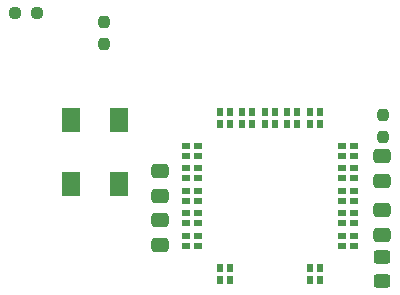
<source format=gbr>
%TF.GenerationSoftware,KiCad,Pcbnew,7.0.2-1.fc38*%
%TF.CreationDate,2023-06-06T12:07:16+02:00*%
%TF.ProjectId,gps_compass,6770735f-636f-46d7-9061-73732e6b6963,rev?*%
%TF.SameCoordinates,Original*%
%TF.FileFunction,Paste,Top*%
%TF.FilePolarity,Positive*%
%FSLAX46Y46*%
G04 Gerber Fmt 4.6, Leading zero omitted, Abs format (unit mm)*
G04 Created by KiCad (PCBNEW 7.0.2-1.fc38) date 2023-06-06 12:07:16*
%MOMM*%
%LPD*%
G01*
G04 APERTURE LIST*
G04 Aperture macros list*
%AMRoundRect*
0 Rectangle with rounded corners*
0 $1 Rounding radius*
0 $2 $3 $4 $5 $6 $7 $8 $9 X,Y pos of 4 corners*
0 Add a 4 corners polygon primitive as box body*
4,1,4,$2,$3,$4,$5,$6,$7,$8,$9,$2,$3,0*
0 Add four circle primitives for the rounded corners*
1,1,$1+$1,$2,$3*
1,1,$1+$1,$4,$5*
1,1,$1+$1,$6,$7*
1,1,$1+$1,$8,$9*
0 Add four rect primitives between the rounded corners*
20,1,$1+$1,$2,$3,$4,$5,0*
20,1,$1+$1,$4,$5,$6,$7,0*
20,1,$1+$1,$6,$7,$8,$9,0*
20,1,$1+$1,$8,$9,$2,$3,0*%
G04 Aperture macros list end*
%ADD10R,0.720000X0.580000*%
%ADD11R,0.580000X0.720000*%
%ADD12R,1.600000X2.000000*%
%ADD13RoundRect,0.250000X-0.475000X0.337500X-0.475000X-0.337500X0.475000X-0.337500X0.475000X0.337500X0*%
%ADD14RoundRect,0.237500X0.237500X-0.250000X0.237500X0.250000X-0.237500X0.250000X-0.237500X-0.250000X0*%
%ADD15RoundRect,0.237500X0.250000X0.237500X-0.250000X0.237500X-0.250000X-0.237500X0.250000X-0.237500X0*%
%ADD16RoundRect,0.250000X0.450000X-0.325000X0.450000X0.325000X-0.450000X0.325000X-0.450000X-0.325000X0*%
%ADD17RoundRect,0.237500X-0.237500X0.250000X-0.237500X-0.250000X0.237500X-0.250000X0.237500X0.250000X0*%
%ADD18RoundRect,0.250000X0.475000X-0.337500X0.475000X0.337500X-0.475000X0.337500X-0.475000X-0.337500X0*%
G04 APERTURE END LIST*
D10*
%TO.C,GPS*%
X123425000Y-63475000D03*
X123425000Y-64325000D03*
X123425000Y-65375000D03*
X123425000Y-66225000D03*
X123425000Y-67275000D03*
X123425000Y-68125000D03*
X123425000Y-69175000D03*
X123425000Y-70025000D03*
X123425000Y-71075000D03*
X123425000Y-71925000D03*
X124425000Y-63475000D03*
X124425000Y-64325000D03*
X124425000Y-65375000D03*
X124425000Y-66225000D03*
X124425000Y-67275000D03*
X124425000Y-68125000D03*
X124425000Y-69175000D03*
X124425000Y-70025000D03*
X124425000Y-71075000D03*
X124425000Y-71925000D03*
D11*
X126300000Y-60600000D03*
X126300000Y-61600000D03*
X126300000Y-73800000D03*
X126300000Y-74800000D03*
X127150000Y-60600000D03*
X127150000Y-61600000D03*
X127150000Y-73800000D03*
X127150000Y-74800000D03*
X128200000Y-60600000D03*
X128200000Y-61600000D03*
X129050000Y-60600000D03*
X129050000Y-61600000D03*
X130100000Y-60600000D03*
X130100000Y-61600000D03*
X130950000Y-60600000D03*
X130950000Y-61600000D03*
X132000000Y-60600000D03*
X132000000Y-61600000D03*
X132850000Y-60600000D03*
X132850000Y-61600000D03*
X133900000Y-60600000D03*
X133900000Y-61600000D03*
X133900000Y-73800000D03*
X133900000Y-74800000D03*
X134750000Y-60600000D03*
X134750000Y-61600000D03*
X134750000Y-73800000D03*
X134750000Y-74800000D03*
D10*
X136625000Y-63475000D03*
X136625000Y-64325000D03*
X136625000Y-65375000D03*
X136625000Y-66225000D03*
X136625000Y-67275000D03*
X136625000Y-68125000D03*
X136625000Y-69175000D03*
X136625000Y-70025000D03*
X136625000Y-71075000D03*
X136625000Y-71925000D03*
X137625000Y-63475000D03*
X137625000Y-64325000D03*
X137625000Y-65375000D03*
X137625000Y-66225000D03*
X137625000Y-67275000D03*
X137625000Y-68125000D03*
X137625000Y-69175000D03*
X137625000Y-70025000D03*
X137625000Y-71075000D03*
X137625000Y-71925000D03*
%TD*%
D12*
%TO.C,En*%
X117800000Y-66700000D03*
X117800000Y-61300000D03*
%TD*%
%TO.C,Prog*%
X113700000Y-61300000D03*
X113700000Y-66700000D03*
%TD*%
D13*
%TO.C,C4*%
X121200000Y-69762500D03*
X121200000Y-71837500D03*
%TD*%
D14*
%TO.C,R8*%
X116500000Y-54812500D03*
X116500000Y-52987500D03*
%TD*%
D15*
%TO.C,R7*%
X110812500Y-52200000D03*
X108987500Y-52200000D03*
%TD*%
D16*
%TO.C,L1*%
X140000000Y-74925000D03*
X140000000Y-72875000D03*
%TD*%
D17*
%TO.C,R4*%
X140100000Y-60887500D03*
X140100000Y-62712500D03*
%TD*%
D18*
%TO.C,C4*%
X140030000Y-70997500D03*
X140030000Y-68922500D03*
%TD*%
%TO.C,C3*%
X121200000Y-67675000D03*
X121200000Y-65600000D03*
%TD*%
D13*
%TO.C,C3*%
X140000000Y-64362500D03*
X140000000Y-66437500D03*
%TD*%
M02*

</source>
